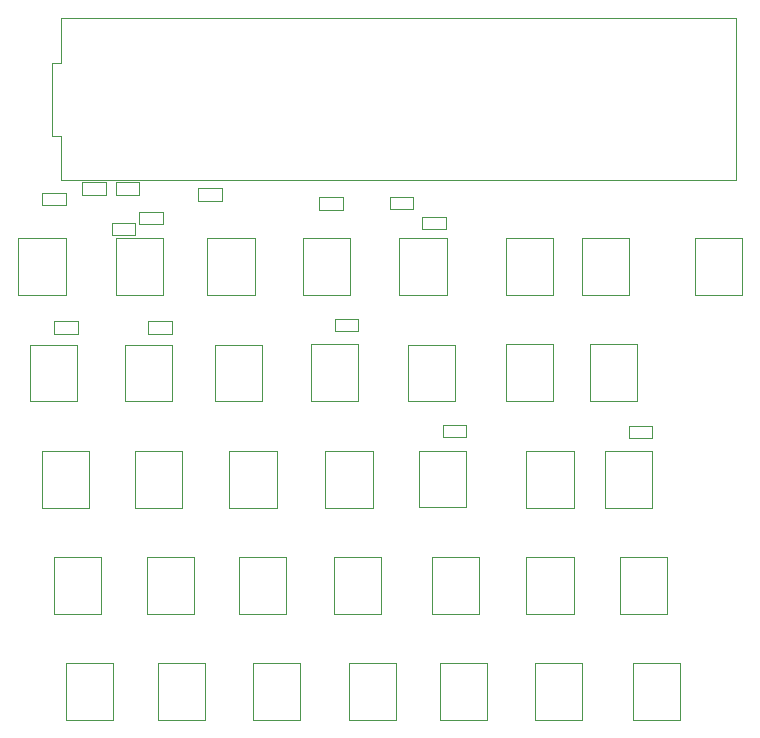
<source format=gbr>
%TF.GenerationSoftware,KiCad,Pcbnew,(6.0.8)*%
%TF.CreationDate,2022-12-05T17:54:35+01:00*%
%TF.ProjectId,FMC-HPC-BRK,464d432d-4850-4432-9d42-524b2e6b6963,rev?*%
%TF.SameCoordinates,Original*%
%TF.FileFunction,Other,User*%
%FSLAX46Y46*%
G04 Gerber Fmt 4.6, Leading zero omitted, Abs format (unit mm)*
G04 Created by KiCad (PCBNEW (6.0.8)) date 2022-12-05 17:54:35*
%MOMM*%
%LPD*%
G01*
G04 APERTURE LIST*
%ADD10C,0.050000*%
G04 APERTURE END LIST*
D10*
%TO.C,K1*%
X104230000Y-39930000D02*
X105030000Y-39930000D01*
X162160000Y-29965000D02*
X105030000Y-29965000D01*
X162160000Y-43695000D02*
X162160000Y-29965000D01*
X105030000Y-39930000D02*
X105030000Y-43695000D01*
X105030000Y-29965000D02*
X105030000Y-33730000D01*
X105030000Y-33730000D02*
X104230000Y-33730000D01*
X104230000Y-33730000D02*
X104230000Y-39930000D01*
X105030000Y-43695000D02*
X162160000Y-43695000D01*
%TO.C,R1*%
X139325000Y-65455000D02*
X137315000Y-65455000D01*
X137315000Y-64395000D02*
X139325000Y-64395000D01*
X139325000Y-64395000D02*
X139325000Y-65455000D01*
X137315000Y-65455000D02*
X137315000Y-64395000D01*
%TO.C,R9*%
X155075000Y-65525000D02*
X153065000Y-65525000D01*
X153065000Y-64465000D02*
X155075000Y-64465000D01*
X155075000Y-64465000D02*
X155075000Y-65525000D01*
X153065000Y-65525000D02*
X153065000Y-64465000D01*
%TO.C,R4*%
X114400000Y-56700000D02*
X112390000Y-56700000D01*
X112390000Y-55640000D02*
X114400000Y-55640000D01*
X114400000Y-55640000D02*
X114400000Y-56700000D01*
X112390000Y-56700000D02*
X112390000Y-55640000D01*
%TO.C,R2*%
X104405000Y-56700000D02*
X104405000Y-55640000D01*
X104405000Y-55640000D02*
X106415000Y-55640000D01*
X106415000Y-55640000D02*
X106415000Y-56700000D01*
X106415000Y-56700000D02*
X104405000Y-56700000D01*
%TO.C,R13*%
X111300000Y-47290000D02*
X111300000Y-48350000D01*
X111300000Y-48350000D02*
X109290000Y-48350000D01*
X109290000Y-48350000D02*
X109290000Y-47290000D01*
X109290000Y-47290000D02*
X111300000Y-47290000D01*
%TO.C,R10*%
X111615000Y-47425000D02*
X111615000Y-46365000D01*
X111615000Y-46365000D02*
X113625000Y-46365000D01*
X113625000Y-46365000D02*
X113625000Y-47425000D01*
X113625000Y-47425000D02*
X111615000Y-47425000D01*
%TO.C,R7*%
X103410000Y-45795000D02*
X103410000Y-44735000D01*
X103410000Y-44735000D02*
X105420000Y-44735000D01*
X105420000Y-44735000D02*
X105420000Y-45795000D01*
X105420000Y-45795000D02*
X103410000Y-45795000D01*
%TO.C,R8*%
X108830000Y-43855000D02*
X108830000Y-44915000D01*
X108830000Y-44915000D02*
X106820000Y-44915000D01*
X106820000Y-44915000D02*
X106820000Y-43855000D01*
X106820000Y-43855000D02*
X108830000Y-43855000D01*
%TO.C,R5*%
X109625000Y-44905000D02*
X109625000Y-43845000D01*
X109625000Y-43845000D02*
X111635000Y-43845000D01*
X111635000Y-43845000D02*
X111635000Y-44905000D01*
X111635000Y-44905000D02*
X109625000Y-44905000D01*
%TO.C,R12*%
X116600000Y-44365000D02*
X118610000Y-44365000D01*
X116600000Y-45425000D02*
X116600000Y-44365000D01*
X118610000Y-45425000D02*
X116600000Y-45425000D01*
X118610000Y-44365000D02*
X118610000Y-45425000D01*
%TO.C,R3*%
X135575000Y-47845000D02*
X135575000Y-46785000D01*
X135575000Y-46785000D02*
X137585000Y-46785000D01*
X137585000Y-46785000D02*
X137585000Y-47845000D01*
X137585000Y-47845000D02*
X135575000Y-47845000D01*
%TO.C,R11*%
X134850000Y-45090000D02*
X134850000Y-46150000D01*
X134850000Y-46150000D02*
X132840000Y-46150000D01*
X132840000Y-46150000D02*
X132840000Y-45090000D01*
X132840000Y-45090000D02*
X134850000Y-45090000D01*
%TO.C,R6*%
X126885000Y-46185000D02*
X126885000Y-45125000D01*
X126885000Y-45125000D02*
X128895000Y-45125000D01*
X128895000Y-45125000D02*
X128895000Y-46185000D01*
X128895000Y-46185000D02*
X126885000Y-46185000D01*
%TO.C,C1*%
X128240040Y-56437680D02*
X130139960Y-56437680D01*
X130139960Y-56437680D02*
X130139960Y-55462320D01*
X130139960Y-55462320D02*
X128240040Y-55462320D01*
X128240040Y-55462320D02*
X128240040Y-56437680D01*
%TO.C,LA00_P_CC1*%
X110400000Y-62400000D02*
X110400000Y-57600000D01*
X114400000Y-57600000D02*
X114400000Y-62400000D01*
X114400000Y-62400000D02*
X110400000Y-62400000D01*
X110400000Y-57600000D02*
X114400000Y-57600000D01*
%TO.C,LA32_P1*%
X152335000Y-80400000D02*
X152335000Y-75600000D01*
X156335000Y-75600000D02*
X156335000Y-80400000D01*
X152335000Y-75600000D02*
X156335000Y-75600000D01*
X156335000Y-80400000D02*
X152335000Y-80400000D01*
%TO.C,HA04_P1*%
X116255000Y-80400000D02*
X112255000Y-80400000D01*
X116255000Y-75600000D02*
X116255000Y-80400000D01*
X112255000Y-75600000D02*
X116255000Y-75600000D01*
X112255000Y-80400000D02*
X112255000Y-75600000D01*
%TO.C,CLK3_BIDIR_P1*%
X103400000Y-66600000D02*
X107400000Y-66600000D01*
X107400000Y-66600000D02*
X107400000Y-71400000D01*
X107400000Y-71400000D02*
X103400000Y-71400000D01*
X103400000Y-71400000D02*
X103400000Y-66600000D01*
%TO.C,LA13_P1*%
X126185000Y-57595000D02*
X130185000Y-57595000D01*
X130185000Y-62395000D02*
X126185000Y-62395000D01*
X126185000Y-62395000D02*
X126185000Y-57595000D01*
X130185000Y-57595000D02*
X130185000Y-62395000D01*
%TO.C,HA17_P_CC1*%
X125465000Y-53395000D02*
X125465000Y-48595000D01*
X129465000Y-53395000D02*
X125465000Y-53395000D01*
X129465000Y-48595000D02*
X129465000Y-53395000D01*
X125465000Y-48595000D02*
X129465000Y-48595000D01*
%TO.C,LA01_P_CC1*%
X113200000Y-84595000D02*
X117200000Y-84595000D01*
X113200000Y-89395000D02*
X113200000Y-84595000D01*
X117200000Y-84595000D02*
X117200000Y-89395000D01*
X117200000Y-89395000D02*
X113200000Y-89395000D01*
%TO.C,HB00_P_CC2*%
X139325000Y-66595000D02*
X139325000Y-71395000D01*
X139325000Y-71395000D02*
X135325000Y-71395000D01*
X135325000Y-71395000D02*
X135325000Y-66595000D01*
X135325000Y-66595000D02*
X139325000Y-66595000D01*
%TO.C,CLK1_M2C_P1*%
X106400000Y-57600000D02*
X106400000Y-62400000D01*
X106400000Y-62400000D02*
X102400000Y-62400000D01*
X102400000Y-62400000D02*
X102400000Y-57600000D01*
X102400000Y-57600000D02*
X106400000Y-57600000D01*
%TO.C,LA17_P_CC1*%
X129400000Y-89400000D02*
X129400000Y-84600000D01*
X133400000Y-89400000D02*
X129400000Y-89400000D01*
X129400000Y-84600000D02*
X133400000Y-84600000D01*
X133400000Y-84600000D02*
X133400000Y-89400000D01*
%TO.C,HB21_P1*%
X158675000Y-48595000D02*
X162675000Y-48595000D01*
X162675000Y-53395000D02*
X158675000Y-53395000D01*
X162675000Y-48595000D02*
X162675000Y-53395000D01*
X158675000Y-53395000D02*
X158675000Y-48595000D01*
%TO.C,LA21_P1*%
X140400000Y-75600000D02*
X140400000Y-80400000D01*
X136400000Y-75600000D02*
X140400000Y-75600000D01*
X140400000Y-80400000D02*
X136400000Y-80400000D01*
X136400000Y-80400000D02*
X136400000Y-75600000D01*
%TO.C,HA00_P_CC1*%
X109645000Y-48600000D02*
X113645000Y-48600000D01*
X109645000Y-53400000D02*
X109645000Y-48600000D01*
X113645000Y-48600000D02*
X113645000Y-53400000D01*
X113645000Y-53400000D02*
X109645000Y-53400000D01*
%TO.C,CLK2_BIDIR_P1*%
X105400000Y-89400000D02*
X105400000Y-84600000D01*
X105400000Y-84600000D02*
X109400000Y-84600000D01*
X109400000Y-84600000D02*
X109400000Y-89400000D01*
X109400000Y-89400000D02*
X105400000Y-89400000D01*
%TO.C,HA13_P1*%
X122045000Y-62400000D02*
X118045000Y-62400000D01*
X118045000Y-57600000D02*
X122045000Y-57600000D01*
X122045000Y-57600000D02*
X122045000Y-62400000D01*
X118045000Y-62400000D02*
X118045000Y-57600000D01*
%TO.C,LA18_P_CC1*%
X137645000Y-48600000D02*
X137645000Y-53400000D01*
X133645000Y-53400000D02*
X133645000Y-48600000D01*
X133645000Y-48600000D02*
X137645000Y-48600000D01*
X137645000Y-53400000D02*
X133645000Y-53400000D01*
%TO.C,HA21_P1*%
X132140000Y-75600000D02*
X132140000Y-80400000D01*
X132140000Y-80400000D02*
X128140000Y-80400000D01*
X128140000Y-80400000D02*
X128140000Y-75600000D01*
X128140000Y-75600000D02*
X132140000Y-75600000D01*
%TO.C,HB17_P_CC1*%
X155085000Y-71400000D02*
X151085000Y-71400000D01*
X151085000Y-71400000D02*
X151085000Y-66600000D01*
X155085000Y-66600000D02*
X155085000Y-71400000D01*
X151085000Y-66600000D02*
X155085000Y-66600000D01*
%TO.C,LA07_P1*%
X123270000Y-71405000D02*
X119270000Y-71405000D01*
X119270000Y-71405000D02*
X119270000Y-66605000D01*
X123270000Y-66605000D02*
X123270000Y-71405000D01*
X119270000Y-66605000D02*
X123270000Y-66605000D01*
%TO.C,HB06_P_CC1*%
X142700000Y-62395000D02*
X142700000Y-57595000D01*
X146700000Y-57595000D02*
X146700000Y-62395000D01*
X146700000Y-62395000D02*
X142700000Y-62395000D01*
X142700000Y-57595000D02*
X146700000Y-57595000D01*
%TO.C,HB18_P1*%
X153080000Y-53400000D02*
X149080000Y-53400000D01*
X149080000Y-48600000D02*
X153080000Y-48600000D01*
X149080000Y-53400000D02*
X149080000Y-48600000D01*
X153080000Y-48600000D02*
X153080000Y-53400000D01*
%TO.C,CLK0_M2C_P1*%
X104400000Y-80400000D02*
X104400000Y-75600000D01*
X108400000Y-80400000D02*
X104400000Y-80400000D01*
X108400000Y-75600000D02*
X108400000Y-80400000D01*
X104400000Y-75600000D02*
X108400000Y-75600000D01*
%TO.C,HA02_P1*%
X111230000Y-71400000D02*
X111230000Y-66600000D01*
X115230000Y-66600000D02*
X115230000Y-71400000D01*
X115230000Y-71400000D02*
X111230000Y-71400000D01*
X111230000Y-66600000D02*
X115230000Y-66600000D01*
%TO.C,LA25_P1*%
X137080000Y-84595000D02*
X141080000Y-84595000D01*
X137080000Y-89395000D02*
X137080000Y-84595000D01*
X141080000Y-89395000D02*
X137080000Y-89395000D01*
X141080000Y-84595000D02*
X141080000Y-89395000D01*
%TO.C,HA06_P1*%
X117400000Y-53400000D02*
X117400000Y-48600000D01*
X121400000Y-53400000D02*
X117400000Y-53400000D01*
X117400000Y-48600000D02*
X121400000Y-48600000D01*
X121400000Y-48600000D02*
X121400000Y-53400000D01*
%TO.C,LA22_P1*%
X134400000Y-57600000D02*
X138400000Y-57600000D01*
X134400000Y-62400000D02*
X134400000Y-57600000D01*
X138400000Y-57600000D02*
X138400000Y-62400000D01*
X138400000Y-62400000D02*
X134400000Y-62400000D01*
%TO.C,HA18_P1*%
X127400000Y-66600000D02*
X131400000Y-66600000D01*
X131400000Y-71400000D02*
X127400000Y-71400000D01*
X127400000Y-71400000D02*
X127400000Y-66600000D01*
X131400000Y-66600000D02*
X131400000Y-71400000D01*
%TO.C,HB10_P1*%
X148400000Y-75600000D02*
X148400000Y-80400000D01*
X148400000Y-80400000D02*
X144400000Y-80400000D01*
X144400000Y-75600000D02*
X148400000Y-75600000D01*
X144400000Y-80400000D02*
X144400000Y-75600000D01*
%TO.C,HA10_P1*%
X120050000Y-75625000D02*
X124050000Y-75625000D01*
X124050000Y-80425000D02*
X120050000Y-80425000D01*
X120050000Y-80425000D02*
X120050000Y-75625000D01*
X124050000Y-75625000D02*
X124050000Y-80425000D01*
%TO.C,LA31_P1*%
X149100000Y-89390000D02*
X145100000Y-89390000D01*
X145100000Y-89390000D02*
X145100000Y-84590000D01*
X145100000Y-84590000D02*
X149100000Y-84590000D01*
X149100000Y-84590000D02*
X149100000Y-89390000D01*
%TO.C,HB06_N_CC1*%
X142700000Y-53400000D02*
X142700000Y-48600000D01*
X146700000Y-48600000D02*
X146700000Y-53400000D01*
X146700000Y-53400000D02*
X142700000Y-53400000D01*
X142700000Y-48600000D02*
X146700000Y-48600000D01*
%TO.C,HB20_P1*%
X157400000Y-89400000D02*
X153400000Y-89400000D01*
X153400000Y-89400000D02*
X153400000Y-84600000D01*
X153400000Y-84600000D02*
X157400000Y-84600000D01*
X157400000Y-84600000D02*
X157400000Y-89400000D01*
%TO.C,LA09_P1*%
X125270000Y-89400000D02*
X121270000Y-89400000D01*
X125270000Y-84600000D02*
X125270000Y-89400000D01*
X121270000Y-89400000D02*
X121270000Y-84600000D01*
X121270000Y-84600000D02*
X125270000Y-84600000D01*
%TO.C,HA01_P_CC1*%
X105400000Y-48600000D02*
X105400000Y-53400000D01*
X105400000Y-53400000D02*
X101400000Y-53400000D01*
X101400000Y-48600000D02*
X105400000Y-48600000D01*
X101400000Y-53400000D02*
X101400000Y-48600000D01*
%TO.C,HB10_N1*%
X144400000Y-66600000D02*
X148400000Y-66600000D01*
X148400000Y-66600000D02*
X148400000Y-71400000D01*
X144400000Y-71400000D02*
X144400000Y-66600000D01*
X148400000Y-71400000D02*
X144400000Y-71400000D01*
%TO.C,LA33_P1*%
X149815000Y-62395000D02*
X149815000Y-57595000D01*
X153815000Y-57595000D02*
X153815000Y-62395000D01*
X149815000Y-57595000D02*
X153815000Y-57595000D01*
X153815000Y-62395000D02*
X149815000Y-62395000D01*
%TD*%
M02*

</source>
